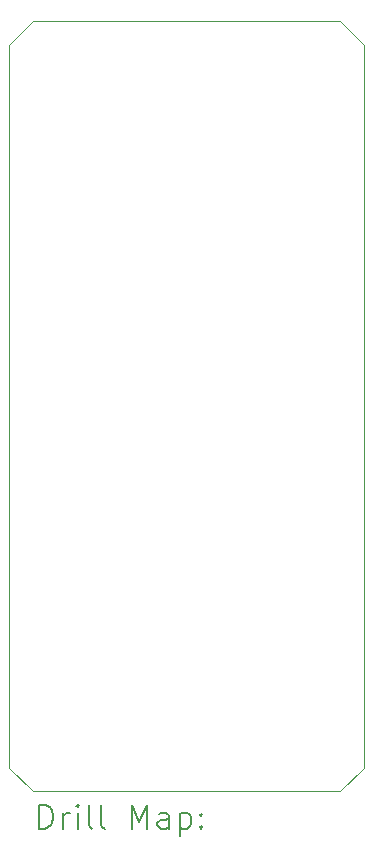
<source format=gbr>
%FSLAX45Y45*%
G04 Gerber Fmt 4.5, Leading zero omitted, Abs format (unit mm)*
G04 Created by KiCad (PCBNEW 6.0.1-79c1e3a40b~116~ubuntu21.04.1) date 2022-02-15 17:09:27*
%MOMM*%
%LPD*%
G01*
G04 APERTURE LIST*
%TA.AperFunction,Profile*%
%ADD10C,0.100000*%
%TD*%
%ADD11C,0.200000*%
G04 APERTURE END LIST*
D10*
X11540000Y-13060000D02*
X11540000Y-6940000D01*
X8740000Y-13260000D02*
X8540000Y-13060000D01*
X8740000Y-13260000D02*
X11340000Y-13260000D01*
X11340000Y-6740000D02*
X11540000Y-6940000D01*
X8540000Y-6940000D02*
X8740000Y-6740000D01*
X8740000Y-6740000D02*
X11340000Y-6740000D01*
X11340000Y-13260000D02*
X11540000Y-13060000D01*
X8540000Y-13060000D02*
X8540000Y-6940000D01*
D11*
X8792619Y-13575476D02*
X8792619Y-13375476D01*
X8840238Y-13375476D01*
X8868810Y-13385000D01*
X8887857Y-13404048D01*
X8897381Y-13423095D01*
X8906905Y-13461190D01*
X8906905Y-13489762D01*
X8897381Y-13527857D01*
X8887857Y-13546905D01*
X8868810Y-13565952D01*
X8840238Y-13575476D01*
X8792619Y-13575476D01*
X8992619Y-13575476D02*
X8992619Y-13442143D01*
X8992619Y-13480238D02*
X9002143Y-13461190D01*
X9011667Y-13451667D01*
X9030714Y-13442143D01*
X9049762Y-13442143D01*
X9116429Y-13575476D02*
X9116429Y-13442143D01*
X9116429Y-13375476D02*
X9106905Y-13385000D01*
X9116429Y-13394524D01*
X9125952Y-13385000D01*
X9116429Y-13375476D01*
X9116429Y-13394524D01*
X9240238Y-13575476D02*
X9221190Y-13565952D01*
X9211667Y-13546905D01*
X9211667Y-13375476D01*
X9345000Y-13575476D02*
X9325952Y-13565952D01*
X9316429Y-13546905D01*
X9316429Y-13375476D01*
X9573571Y-13575476D02*
X9573571Y-13375476D01*
X9640238Y-13518333D01*
X9706905Y-13375476D01*
X9706905Y-13575476D01*
X9887857Y-13575476D02*
X9887857Y-13470714D01*
X9878333Y-13451667D01*
X9859286Y-13442143D01*
X9821190Y-13442143D01*
X9802143Y-13451667D01*
X9887857Y-13565952D02*
X9868810Y-13575476D01*
X9821190Y-13575476D01*
X9802143Y-13565952D01*
X9792619Y-13546905D01*
X9792619Y-13527857D01*
X9802143Y-13508809D01*
X9821190Y-13499286D01*
X9868810Y-13499286D01*
X9887857Y-13489762D01*
X9983095Y-13442143D02*
X9983095Y-13642143D01*
X9983095Y-13451667D02*
X10002143Y-13442143D01*
X10040238Y-13442143D01*
X10059286Y-13451667D01*
X10068810Y-13461190D01*
X10078333Y-13480238D01*
X10078333Y-13537381D01*
X10068810Y-13556428D01*
X10059286Y-13565952D01*
X10040238Y-13575476D01*
X10002143Y-13575476D01*
X9983095Y-13565952D01*
X10164048Y-13556428D02*
X10173571Y-13565952D01*
X10164048Y-13575476D01*
X10154524Y-13565952D01*
X10164048Y-13556428D01*
X10164048Y-13575476D01*
X10164048Y-13451667D02*
X10173571Y-13461190D01*
X10164048Y-13470714D01*
X10154524Y-13461190D01*
X10164048Y-13451667D01*
X10164048Y-13470714D01*
M02*

</source>
